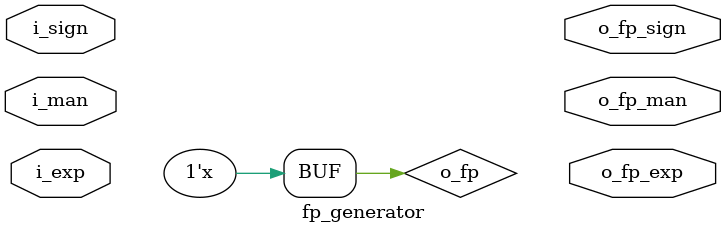
<source format=sv>
`timescale 1ns/1ps

module fp_generator #(
    parameter GRPSIZE = 16,
    parameter BFPEXPSIZE = 8,
    parameter BFPMANSIZE = 3+1,
    parameter MULBFPMANSIZE = (BFPMANSIZE-1)*2,
    parameter LEVELS = $clog2(GRPSIZE)
) (
    input i_sign,
    input [(BFPEXPSIZE+1)-1:0] i_exp,
    input [(MULBFPMANSIZE+LEVELS)-1:0] i_man,
    output  o_fp_sign,
    output [8-1:0] o_fp_exp,
    output [23-1:0] o_fp_man
    );

    /* making implicit leading 1 and check for exponent overflow and underflow */
    always @ (*) begin
        if(i_man[(MULBFPMANSIZE+LEVELS)-1] == 1'b1) begin
            if((i_exp + 3) > 9'b0_1111_1110) begin
                fp_exp = 8'b1111_1111;
                fp_man = 0;
            end
            else begin
                fp_exp = i_exp + 3;
                fp_man[23] = i_sign[1];
                fp_man[22:22-(MULBFPMANSIZE+LEVELS)+1] = i_man << 1;
                fp_man[22-(MULBFPMANSIZE+LEVELS):0] = 0;
            end
        end
        else if(i_man[(MULBFPMANSIZE+LEVELS)-2] == 1'b1) begin
            if((i_exp + 2) > 9'b0_1111_1110) begin
                fp_exp = 8'b1111_1111;
                fp_man = 0;
            end
            else begin
                fp_exp = i_exp + 2;
                fp_man[23] = i_sign[1];
                fp_man[22:22-(MULBFPMANSIZE+LEVELS)+1] = i_man << 2;
                fp_man[22-(MULBFPMANSIZE+LEVELS):0] = 0;
            end
        end
        else if(i_man[(MULBFPMANSIZE+LEVELS)-3] == 1'b1) begin
            if((i_exp + 1) > 9'b0_1111_1110) begin
                fp_exp = 8'b1111_1111;
                fp_man = 0;
            end
            else begin
                fp_exp = i_exp + 1;
                fp_man[23] = i_sign[1];
                fp_man[22:22-(MULBFPMANSIZE+LEVELS)+1] = i_man << 3;
                fp_man[22-(MULBFPMANSIZE+LEVELS):0] = 0;
            end
        end
        else if(i_man[(MULBFPMANSIZE+LEVELS)-4] == 1'b1) begin
            if(i_exp > 9'b0_1111_1110) begin
                fp_exp = 8'b1111_1111;
                fp_man = 0;
            end
            else begin
                fp_exp = i_exp;
                fp_man[23] = i_sign[1];
                fp_man[22:22-(MULBFPMANSIZE+LEVELS)+1] = i_man << 4;
                fp_man[22-(MULBFPMANSIZE+LEVELS):0] = 0;
            end
        end
        else if(i_man[(MULBFPMANSIZE+LEVELS)-5] == 1'b1) begin
            if(({1'b1, i_exp} - 1) > 10'b10_1111_1110) begin
                fp_exp = 8'b1111_1111;
                fp_man = 0;
            end
            else begin
                if(({1'b1, i_exp} - 1) < 10'b10_0000_0000) begin
                    fp_exp = 8'b0000_0000;
                    fp_man[23] = i_sign[1];
                    fp_man[22:22-(MULBFPMANSIZE+LEVELS)+1] = i_man << i_exp;
                    fp_man[22-(MULBFPMANSIZE+LEVELS):0] = 0;
                end
                else begin
                    fp_exp = i_exp - 1;
                    fp_man[23] = i_sign[1];
                    fp_man[22:22-(MULBFPMANSIZE+LEVELS)+1] = i_man << 5;
                    fp_man[22-(MULBFPMANSIZE+LEVELS):0] = 0;
                end
            end
        end
        else if(i_man[(MULBFPMANSIZE+LEVELS)-6] == 1'b1) begin
            if(({1'b1, i_exp} - 2) > 10'b10_1111_1110) begin
                fp_exp = 8'b1111_1111;
                fp_man = 0;
            end
            else begin
                if(({1'b1, i_exp} - 2) < 10'b10_0000_0000) begin
                    fp_exp = 8'b0000_0000;
                    fp_man[23] = i_sign[1];
                    fp_man[22:22-(MULBFPMANSIZE+LEVELS)+1] = i_man << i_exp;
                    fp_man[22-(MULBFPMANSIZE+LEVELS):0] = 0;
                end
                else begin
                    fp_exp = i_exp - 2;
                    fp_man[23] = i_sign[1];
                    fp_man[22:22-(MULBFPMANSIZE+LEVELS)+1] = i_man << 6;
                    fp_man[22-(MULBFPMANSIZE+LEVELS):0] = 0;
                end
            end
        end
        else if(i_man[(MULBFPMANSIZE+LEVELS)-7] == 1'b1) begin
            if(({1'b1, i_exp} - 3) > 10'b10_1111_1110) begin
                fp_exp = 8'b1111_1111;
                fp_man = 0;
            end
            else begin
                if(({1'b1, i_exp} - 3) < 10'b10_0000_0000) begin
                    fp_exp = 8'b0000_0000;
                    fp_man[23] = i_sign[1];
                    fp_man[22:22-(MULBFPMANSIZE+LEVELS)+1] = i_man << i_exp;
                    fp_man[22-(MULBFPMANSIZE+LEVELS):0] = 0;
                end
                else begin
                    fp_exp = i_exp - 3;
                    fp_man[23] = i_sign[1];
                    fp_man[22:22-(MULBFPMANSIZE+LEVELS)+1] = i_man << 7;
                    fp_man[22-(MULBFPMANSIZE+LEVELS):0] = 0;
                end
            end
        end
        else if(i_man[(MULBFPMANSIZE+LEVELS)-8] == 1'b1) begin
            if(({1'b1, i_exp} - 4) > 10'b10_1111_1110) begin
                fp_exp = 8'b1111_1111;
                fp_man = 0;
            end
            else begin
                if(({1'b1, i_exp} - 4) < 10'b10_0000_0000) begin
                    fp_exp = 8'b0000_0000;
                    fp_man[23] = i_sign[1];
                    fp_man[22:22-(MULBFPMANSIZE+LEVELS)+1] = i_man << i_exp;
                    fp_man[22-(MULBFPMANSIZE+LEVELS):0] = 0;
                end
                else begin
                    fp_exp = i_exp - 4;
                    fp_man[23] = i_sign[1];
                    fp_man[22:22-(MULBFPMANSIZE+LEVELS)+1] = i_man << 8;
                    fp_man[22-(MULBFPMANSIZE+LEVELS):0] = 0;
                end
            end
        end
        else if(i_man[(MULBFPMANSIZE+LEVELS)-9] == 1'b1) begin
            if(({1'b1, i_exp} - 5) > 10'b10_1111_1110) begin
                fp_exp = 8'b1111_1111;
                fp_man = 0;
            end
            else begin
                if(({1'b1, i_exp} - 5) < 10'b10_0000_0000) begin
                    fp_exp = 8'b0000_0000;
                    fp_man[23] = i_sign[1];
                    fp_man[22:22-(MULBFPMANSIZE+LEVELS)+1] = i_man << i_exp;
                    fp_man[22-(MULBFPMANSIZE+LEVELS):0] = 0;
                end
                else begin
                    fp_exp = i_exp - 5;
                    fp_man[23] = i_sign[1];
                    fp_man[22:22-(MULBFPMANSIZE+LEVELS)+1] = i_man << 9;
                    fp_man[22-(MULBFPMANSIZE+LEVELS):0] = 0;     
                end
            end
        end
        else if(i_man[(MULBFPMANSIZE+LEVELS)-10] == 1'b1) begin
            if(({1'b1, i_exp} - 6) > 10'b10_1111_1110) begin
                fp_exp = 8'b1111_1111;
                fp_man = 0;
            end
            else begin
                if(({1'b1, i_exp} - 6) < 10'b10_0000_0000) begin
                    fp_exp = 8'b0000_0000;
                    fp_man[23] = i_sign[1];
                    fp_man[22:22-(MULBFPMANSIZE+LEVELS)+1] = i_man << i_exp;
                    fp_man[22-(MULBFPMANSIZE+LEVELS):0] = 0;
                end
                else begin
                    fp_exp = i_exp - 6;
                    fp_man[23] = i_sign[1];
                    fp_man[22:22-(MULBFPMANSIZE+LEVELS)+1] = i_man << 10;
                    fp_man[22-(MULBFPMANSIZE+LEVELS):0] = 0;     
                end
            end
        end
        else begin
            fp_exp = 8'b0000_0000;
            fp_man[23] = i_sign[1];
            fp_man[22:0] = 0;
        end
    end

    assign o_fp = {fp_man[23], fp_exp, fp_man[22:0]};

endmodule
</source>
